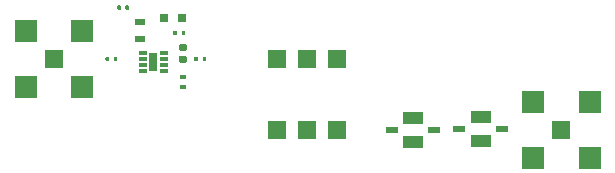
<source format=gtp>
G04 #@! TF.GenerationSoftware,KiCad,Pcbnew,(5.0.1)-4*
G04 #@! TF.CreationDate,2019-05-20T12:55:45-07:00*
G04 #@! TF.ProjectId,Tripler_circuit,547269706C65725F636972637569742E,rev?*
G04 #@! TF.SameCoordinates,Original*
G04 #@! TF.FileFunction,Paste,Top*
G04 #@! TF.FilePolarity,Positive*
%FSLAX46Y46*%
G04 Gerber Fmt 4.6, Leading zero omitted, Abs format (unit mm)*
G04 Created by KiCad (PCBNEW (5.0.1)-4) date 5/20/2019 12:55:45 PM*
%MOMM*%
%LPD*%
G01*
G04 APERTURE LIST*
%ADD10R,1.520000X1.650000*%
%ADD11C,0.200000*%
%ADD12C,0.318000*%
%ADD13R,1.900000X1.900000*%
%ADD14R,1.500000X1.500000*%
%ADD15R,0.990000X0.610000*%
%ADD16R,1.750000X0.990000*%
%ADD17R,0.800000X0.750000*%
%ADD18C,0.590000*%
%ADD19R,0.900000X0.500000*%
%ADD20R,0.600000X0.400000*%
%ADD21R,0.670000X0.300000*%
%ADD22R,0.700000X1.600000*%
G04 APERTURE END LIST*
D10*
G04 #@! TO.C,U1*
X123600000Y-89405000D03*
X126140000Y-89405000D03*
X128680000Y-89405000D03*
X128680000Y-95375000D03*
X126140000Y-95375000D03*
X123600000Y-95375000D03*
G04 #@! TD*
D11*
G04 #@! TO.C,C1*
G36*
X110032292Y-89220383D02*
X110040010Y-89221528D01*
X110047578Y-89223423D01*
X110054923Y-89226052D01*
X110061976Y-89229387D01*
X110068668Y-89233398D01*
X110074934Y-89238046D01*
X110080715Y-89243285D01*
X110085954Y-89249066D01*
X110090602Y-89255332D01*
X110094613Y-89262024D01*
X110097948Y-89269077D01*
X110100577Y-89276422D01*
X110102472Y-89283990D01*
X110103617Y-89291708D01*
X110104000Y-89299500D01*
X110104000Y-89500500D01*
X110103617Y-89508292D01*
X110102472Y-89516010D01*
X110100577Y-89523578D01*
X110097948Y-89530923D01*
X110094613Y-89537976D01*
X110090602Y-89544668D01*
X110085954Y-89550934D01*
X110080715Y-89556715D01*
X110074934Y-89561954D01*
X110068668Y-89566602D01*
X110061976Y-89570613D01*
X110054923Y-89573948D01*
X110047578Y-89576577D01*
X110040010Y-89578472D01*
X110032292Y-89579617D01*
X110024500Y-89580000D01*
X109865500Y-89580000D01*
X109857708Y-89579617D01*
X109849990Y-89578472D01*
X109842422Y-89576577D01*
X109835077Y-89573948D01*
X109828024Y-89570613D01*
X109821332Y-89566602D01*
X109815066Y-89561954D01*
X109809285Y-89556715D01*
X109804046Y-89550934D01*
X109799398Y-89544668D01*
X109795387Y-89537976D01*
X109792052Y-89530923D01*
X109789423Y-89523578D01*
X109787528Y-89516010D01*
X109786383Y-89508292D01*
X109786000Y-89500500D01*
X109786000Y-89299500D01*
X109786383Y-89291708D01*
X109787528Y-89283990D01*
X109789423Y-89276422D01*
X109792052Y-89269077D01*
X109795387Y-89262024D01*
X109799398Y-89255332D01*
X109804046Y-89249066D01*
X109809285Y-89243285D01*
X109815066Y-89238046D01*
X109821332Y-89233398D01*
X109828024Y-89229387D01*
X109835077Y-89226052D01*
X109842422Y-89223423D01*
X109849990Y-89221528D01*
X109857708Y-89220383D01*
X109865500Y-89220000D01*
X110024500Y-89220000D01*
X110032292Y-89220383D01*
X110032292Y-89220383D01*
G37*
D12*
X109945000Y-89400000D03*
D11*
G36*
X109342292Y-89220383D02*
X109350010Y-89221528D01*
X109357578Y-89223423D01*
X109364923Y-89226052D01*
X109371976Y-89229387D01*
X109378668Y-89233398D01*
X109384934Y-89238046D01*
X109390715Y-89243285D01*
X109395954Y-89249066D01*
X109400602Y-89255332D01*
X109404613Y-89262024D01*
X109407948Y-89269077D01*
X109410577Y-89276422D01*
X109412472Y-89283990D01*
X109413617Y-89291708D01*
X109414000Y-89299500D01*
X109414000Y-89500500D01*
X109413617Y-89508292D01*
X109412472Y-89516010D01*
X109410577Y-89523578D01*
X109407948Y-89530923D01*
X109404613Y-89537976D01*
X109400602Y-89544668D01*
X109395954Y-89550934D01*
X109390715Y-89556715D01*
X109384934Y-89561954D01*
X109378668Y-89566602D01*
X109371976Y-89570613D01*
X109364923Y-89573948D01*
X109357578Y-89576577D01*
X109350010Y-89578472D01*
X109342292Y-89579617D01*
X109334500Y-89580000D01*
X109175500Y-89580000D01*
X109167708Y-89579617D01*
X109159990Y-89578472D01*
X109152422Y-89576577D01*
X109145077Y-89573948D01*
X109138024Y-89570613D01*
X109131332Y-89566602D01*
X109125066Y-89561954D01*
X109119285Y-89556715D01*
X109114046Y-89550934D01*
X109109398Y-89544668D01*
X109105387Y-89537976D01*
X109102052Y-89530923D01*
X109099423Y-89523578D01*
X109097528Y-89516010D01*
X109096383Y-89508292D01*
X109096000Y-89500500D01*
X109096000Y-89299500D01*
X109096383Y-89291708D01*
X109097528Y-89283990D01*
X109099423Y-89276422D01*
X109102052Y-89269077D01*
X109105387Y-89262024D01*
X109109398Y-89255332D01*
X109114046Y-89249066D01*
X109119285Y-89243285D01*
X109125066Y-89238046D01*
X109131332Y-89233398D01*
X109138024Y-89229387D01*
X109145077Y-89226052D01*
X109152422Y-89223423D01*
X109159990Y-89221528D01*
X109167708Y-89220383D01*
X109175500Y-89220000D01*
X109334500Y-89220000D01*
X109342292Y-89220383D01*
X109342292Y-89220383D01*
G37*
D12*
X109255000Y-89400000D03*
G04 #@! TD*
D13*
G04 #@! TO.C,CON1*
X107105000Y-87015000D03*
X107105000Y-91765000D03*
X102355000Y-91765000D03*
X102355000Y-87015000D03*
D14*
X104730000Y-89390000D03*
G04 #@! TD*
G04 #@! TO.C,CON2*
X147700000Y-95380000D03*
D13*
X145325000Y-93005000D03*
X145325000Y-97755000D03*
X150075000Y-97755000D03*
X150075000Y-93005000D03*
G04 #@! TD*
D15*
G04 #@! TO.C,U3*
X133315000Y-95380000D03*
D16*
X135130000Y-96395000D03*
D15*
X136945000Y-95380000D03*
D16*
X135130000Y-94365000D03*
G04 #@! TD*
G04 #@! TO.C,U5*
X140850000Y-94355000D03*
D15*
X142665000Y-95370000D03*
D16*
X140850000Y-96385000D03*
D15*
X139035000Y-95370000D03*
G04 #@! TD*
D17*
G04 #@! TO.C,C2*
X114075000Y-85950000D03*
X115575000Y-85950000D03*
G04 #@! TD*
D11*
G04 #@! TO.C,C3*
G36*
X110342292Y-84870383D02*
X110350010Y-84871528D01*
X110357578Y-84873423D01*
X110364923Y-84876052D01*
X110371976Y-84879387D01*
X110378668Y-84883398D01*
X110384934Y-84888046D01*
X110390715Y-84893285D01*
X110395954Y-84899066D01*
X110400602Y-84905332D01*
X110404613Y-84912024D01*
X110407948Y-84919077D01*
X110410577Y-84926422D01*
X110412472Y-84933990D01*
X110413617Y-84941708D01*
X110414000Y-84949500D01*
X110414000Y-85150500D01*
X110413617Y-85158292D01*
X110412472Y-85166010D01*
X110410577Y-85173578D01*
X110407948Y-85180923D01*
X110404613Y-85187976D01*
X110400602Y-85194668D01*
X110395954Y-85200934D01*
X110390715Y-85206715D01*
X110384934Y-85211954D01*
X110378668Y-85216602D01*
X110371976Y-85220613D01*
X110364923Y-85223948D01*
X110357578Y-85226577D01*
X110350010Y-85228472D01*
X110342292Y-85229617D01*
X110334500Y-85230000D01*
X110175500Y-85230000D01*
X110167708Y-85229617D01*
X110159990Y-85228472D01*
X110152422Y-85226577D01*
X110145077Y-85223948D01*
X110138024Y-85220613D01*
X110131332Y-85216602D01*
X110125066Y-85211954D01*
X110119285Y-85206715D01*
X110114046Y-85200934D01*
X110109398Y-85194668D01*
X110105387Y-85187976D01*
X110102052Y-85180923D01*
X110099423Y-85173578D01*
X110097528Y-85166010D01*
X110096383Y-85158292D01*
X110096000Y-85150500D01*
X110096000Y-84949500D01*
X110096383Y-84941708D01*
X110097528Y-84933990D01*
X110099423Y-84926422D01*
X110102052Y-84919077D01*
X110105387Y-84912024D01*
X110109398Y-84905332D01*
X110114046Y-84899066D01*
X110119285Y-84893285D01*
X110125066Y-84888046D01*
X110131332Y-84883398D01*
X110138024Y-84879387D01*
X110145077Y-84876052D01*
X110152422Y-84873423D01*
X110159990Y-84871528D01*
X110167708Y-84870383D01*
X110175500Y-84870000D01*
X110334500Y-84870000D01*
X110342292Y-84870383D01*
X110342292Y-84870383D01*
G37*
D12*
X110255000Y-85050000D03*
D11*
G36*
X111032292Y-84870383D02*
X111040010Y-84871528D01*
X111047578Y-84873423D01*
X111054923Y-84876052D01*
X111061976Y-84879387D01*
X111068668Y-84883398D01*
X111074934Y-84888046D01*
X111080715Y-84893285D01*
X111085954Y-84899066D01*
X111090602Y-84905332D01*
X111094613Y-84912024D01*
X111097948Y-84919077D01*
X111100577Y-84926422D01*
X111102472Y-84933990D01*
X111103617Y-84941708D01*
X111104000Y-84949500D01*
X111104000Y-85150500D01*
X111103617Y-85158292D01*
X111102472Y-85166010D01*
X111100577Y-85173578D01*
X111097948Y-85180923D01*
X111094613Y-85187976D01*
X111090602Y-85194668D01*
X111085954Y-85200934D01*
X111080715Y-85206715D01*
X111074934Y-85211954D01*
X111068668Y-85216602D01*
X111061976Y-85220613D01*
X111054923Y-85223948D01*
X111047578Y-85226577D01*
X111040010Y-85228472D01*
X111032292Y-85229617D01*
X111024500Y-85230000D01*
X110865500Y-85230000D01*
X110857708Y-85229617D01*
X110849990Y-85228472D01*
X110842422Y-85226577D01*
X110835077Y-85223948D01*
X110828024Y-85220613D01*
X110821332Y-85216602D01*
X110815066Y-85211954D01*
X110809285Y-85206715D01*
X110804046Y-85200934D01*
X110799398Y-85194668D01*
X110795387Y-85187976D01*
X110792052Y-85180923D01*
X110789423Y-85173578D01*
X110787528Y-85166010D01*
X110786383Y-85158292D01*
X110786000Y-85150500D01*
X110786000Y-84949500D01*
X110786383Y-84941708D01*
X110787528Y-84933990D01*
X110789423Y-84926422D01*
X110792052Y-84919077D01*
X110795387Y-84912024D01*
X110799398Y-84905332D01*
X110804046Y-84899066D01*
X110809285Y-84893285D01*
X110815066Y-84888046D01*
X110821332Y-84883398D01*
X110828024Y-84879387D01*
X110835077Y-84876052D01*
X110842422Y-84873423D01*
X110849990Y-84871528D01*
X110857708Y-84870383D01*
X110865500Y-84870000D01*
X111024500Y-84870000D01*
X111032292Y-84870383D01*
X111032292Y-84870383D01*
G37*
D12*
X110945000Y-85050000D03*
G04 #@! TD*
D11*
G04 #@! TO.C,C4*
G36*
X115092292Y-87020383D02*
X115100010Y-87021528D01*
X115107578Y-87023423D01*
X115114923Y-87026052D01*
X115121976Y-87029387D01*
X115128668Y-87033398D01*
X115134934Y-87038046D01*
X115140715Y-87043285D01*
X115145954Y-87049066D01*
X115150602Y-87055332D01*
X115154613Y-87062024D01*
X115157948Y-87069077D01*
X115160577Y-87076422D01*
X115162472Y-87083990D01*
X115163617Y-87091708D01*
X115164000Y-87099500D01*
X115164000Y-87300500D01*
X115163617Y-87308292D01*
X115162472Y-87316010D01*
X115160577Y-87323578D01*
X115157948Y-87330923D01*
X115154613Y-87337976D01*
X115150602Y-87344668D01*
X115145954Y-87350934D01*
X115140715Y-87356715D01*
X115134934Y-87361954D01*
X115128668Y-87366602D01*
X115121976Y-87370613D01*
X115114923Y-87373948D01*
X115107578Y-87376577D01*
X115100010Y-87378472D01*
X115092292Y-87379617D01*
X115084500Y-87380000D01*
X114925500Y-87380000D01*
X114917708Y-87379617D01*
X114909990Y-87378472D01*
X114902422Y-87376577D01*
X114895077Y-87373948D01*
X114888024Y-87370613D01*
X114881332Y-87366602D01*
X114875066Y-87361954D01*
X114869285Y-87356715D01*
X114864046Y-87350934D01*
X114859398Y-87344668D01*
X114855387Y-87337976D01*
X114852052Y-87330923D01*
X114849423Y-87323578D01*
X114847528Y-87316010D01*
X114846383Y-87308292D01*
X114846000Y-87300500D01*
X114846000Y-87099500D01*
X114846383Y-87091708D01*
X114847528Y-87083990D01*
X114849423Y-87076422D01*
X114852052Y-87069077D01*
X114855387Y-87062024D01*
X114859398Y-87055332D01*
X114864046Y-87049066D01*
X114869285Y-87043285D01*
X114875066Y-87038046D01*
X114881332Y-87033398D01*
X114888024Y-87029387D01*
X114895077Y-87026052D01*
X114902422Y-87023423D01*
X114909990Y-87021528D01*
X114917708Y-87020383D01*
X114925500Y-87020000D01*
X115084500Y-87020000D01*
X115092292Y-87020383D01*
X115092292Y-87020383D01*
G37*
D12*
X115005000Y-87200000D03*
D11*
G36*
X115782292Y-87020383D02*
X115790010Y-87021528D01*
X115797578Y-87023423D01*
X115804923Y-87026052D01*
X115811976Y-87029387D01*
X115818668Y-87033398D01*
X115824934Y-87038046D01*
X115830715Y-87043285D01*
X115835954Y-87049066D01*
X115840602Y-87055332D01*
X115844613Y-87062024D01*
X115847948Y-87069077D01*
X115850577Y-87076422D01*
X115852472Y-87083990D01*
X115853617Y-87091708D01*
X115854000Y-87099500D01*
X115854000Y-87300500D01*
X115853617Y-87308292D01*
X115852472Y-87316010D01*
X115850577Y-87323578D01*
X115847948Y-87330923D01*
X115844613Y-87337976D01*
X115840602Y-87344668D01*
X115835954Y-87350934D01*
X115830715Y-87356715D01*
X115824934Y-87361954D01*
X115818668Y-87366602D01*
X115811976Y-87370613D01*
X115804923Y-87373948D01*
X115797578Y-87376577D01*
X115790010Y-87378472D01*
X115782292Y-87379617D01*
X115774500Y-87380000D01*
X115615500Y-87380000D01*
X115607708Y-87379617D01*
X115599990Y-87378472D01*
X115592422Y-87376577D01*
X115585077Y-87373948D01*
X115578024Y-87370613D01*
X115571332Y-87366602D01*
X115565066Y-87361954D01*
X115559285Y-87356715D01*
X115554046Y-87350934D01*
X115549398Y-87344668D01*
X115545387Y-87337976D01*
X115542052Y-87330923D01*
X115539423Y-87323578D01*
X115537528Y-87316010D01*
X115536383Y-87308292D01*
X115536000Y-87300500D01*
X115536000Y-87099500D01*
X115536383Y-87091708D01*
X115537528Y-87083990D01*
X115539423Y-87076422D01*
X115542052Y-87069077D01*
X115545387Y-87062024D01*
X115549398Y-87055332D01*
X115554046Y-87049066D01*
X115559285Y-87043285D01*
X115565066Y-87038046D01*
X115571332Y-87033398D01*
X115578024Y-87029387D01*
X115585077Y-87026052D01*
X115592422Y-87023423D01*
X115599990Y-87021528D01*
X115607708Y-87020383D01*
X115615500Y-87020000D01*
X115774500Y-87020000D01*
X115782292Y-87020383D01*
X115782292Y-87020383D01*
G37*
D12*
X115695000Y-87200000D03*
G04 #@! TD*
D11*
G04 #@! TO.C,C5*
G36*
X117557292Y-89220383D02*
X117565010Y-89221528D01*
X117572578Y-89223423D01*
X117579923Y-89226052D01*
X117586976Y-89229387D01*
X117593668Y-89233398D01*
X117599934Y-89238046D01*
X117605715Y-89243285D01*
X117610954Y-89249066D01*
X117615602Y-89255332D01*
X117619613Y-89262024D01*
X117622948Y-89269077D01*
X117625577Y-89276422D01*
X117627472Y-89283990D01*
X117628617Y-89291708D01*
X117629000Y-89299500D01*
X117629000Y-89500500D01*
X117628617Y-89508292D01*
X117627472Y-89516010D01*
X117625577Y-89523578D01*
X117622948Y-89530923D01*
X117619613Y-89537976D01*
X117615602Y-89544668D01*
X117610954Y-89550934D01*
X117605715Y-89556715D01*
X117599934Y-89561954D01*
X117593668Y-89566602D01*
X117586976Y-89570613D01*
X117579923Y-89573948D01*
X117572578Y-89576577D01*
X117565010Y-89578472D01*
X117557292Y-89579617D01*
X117549500Y-89580000D01*
X117390500Y-89580000D01*
X117382708Y-89579617D01*
X117374990Y-89578472D01*
X117367422Y-89576577D01*
X117360077Y-89573948D01*
X117353024Y-89570613D01*
X117346332Y-89566602D01*
X117340066Y-89561954D01*
X117334285Y-89556715D01*
X117329046Y-89550934D01*
X117324398Y-89544668D01*
X117320387Y-89537976D01*
X117317052Y-89530923D01*
X117314423Y-89523578D01*
X117312528Y-89516010D01*
X117311383Y-89508292D01*
X117311000Y-89500500D01*
X117311000Y-89299500D01*
X117311383Y-89291708D01*
X117312528Y-89283990D01*
X117314423Y-89276422D01*
X117317052Y-89269077D01*
X117320387Y-89262024D01*
X117324398Y-89255332D01*
X117329046Y-89249066D01*
X117334285Y-89243285D01*
X117340066Y-89238046D01*
X117346332Y-89233398D01*
X117353024Y-89229387D01*
X117360077Y-89226052D01*
X117367422Y-89223423D01*
X117374990Y-89221528D01*
X117382708Y-89220383D01*
X117390500Y-89220000D01*
X117549500Y-89220000D01*
X117557292Y-89220383D01*
X117557292Y-89220383D01*
G37*
D12*
X117470000Y-89400000D03*
D11*
G36*
X116867292Y-89220383D02*
X116875010Y-89221528D01*
X116882578Y-89223423D01*
X116889923Y-89226052D01*
X116896976Y-89229387D01*
X116903668Y-89233398D01*
X116909934Y-89238046D01*
X116915715Y-89243285D01*
X116920954Y-89249066D01*
X116925602Y-89255332D01*
X116929613Y-89262024D01*
X116932948Y-89269077D01*
X116935577Y-89276422D01*
X116937472Y-89283990D01*
X116938617Y-89291708D01*
X116939000Y-89299500D01*
X116939000Y-89500500D01*
X116938617Y-89508292D01*
X116937472Y-89516010D01*
X116935577Y-89523578D01*
X116932948Y-89530923D01*
X116929613Y-89537976D01*
X116925602Y-89544668D01*
X116920954Y-89550934D01*
X116915715Y-89556715D01*
X116909934Y-89561954D01*
X116903668Y-89566602D01*
X116896976Y-89570613D01*
X116889923Y-89573948D01*
X116882578Y-89576577D01*
X116875010Y-89578472D01*
X116867292Y-89579617D01*
X116859500Y-89580000D01*
X116700500Y-89580000D01*
X116692708Y-89579617D01*
X116684990Y-89578472D01*
X116677422Y-89576577D01*
X116670077Y-89573948D01*
X116663024Y-89570613D01*
X116656332Y-89566602D01*
X116650066Y-89561954D01*
X116644285Y-89556715D01*
X116639046Y-89550934D01*
X116634398Y-89544668D01*
X116630387Y-89537976D01*
X116627052Y-89530923D01*
X116624423Y-89523578D01*
X116622528Y-89516010D01*
X116621383Y-89508292D01*
X116621000Y-89500500D01*
X116621000Y-89299500D01*
X116621383Y-89291708D01*
X116622528Y-89283990D01*
X116624423Y-89276422D01*
X116627052Y-89269077D01*
X116630387Y-89262024D01*
X116634398Y-89255332D01*
X116639046Y-89249066D01*
X116644285Y-89243285D01*
X116650066Y-89238046D01*
X116656332Y-89233398D01*
X116663024Y-89229387D01*
X116670077Y-89226052D01*
X116677422Y-89223423D01*
X116684990Y-89221528D01*
X116692708Y-89220383D01*
X116700500Y-89220000D01*
X116859500Y-89220000D01*
X116867292Y-89220383D01*
X116867292Y-89220383D01*
G37*
D12*
X116780000Y-89400000D03*
G04 #@! TD*
D11*
G04 #@! TO.C,L1*
G36*
X115836958Y-88145710D02*
X115851276Y-88147834D01*
X115865317Y-88151351D01*
X115878946Y-88156228D01*
X115892031Y-88162417D01*
X115904447Y-88169858D01*
X115916073Y-88178481D01*
X115926798Y-88188202D01*
X115936519Y-88198927D01*
X115945142Y-88210553D01*
X115952583Y-88222969D01*
X115958772Y-88236054D01*
X115963649Y-88249683D01*
X115967166Y-88263724D01*
X115969290Y-88278042D01*
X115970000Y-88292500D01*
X115970000Y-88587500D01*
X115969290Y-88601958D01*
X115967166Y-88616276D01*
X115963649Y-88630317D01*
X115958772Y-88643946D01*
X115952583Y-88657031D01*
X115945142Y-88669447D01*
X115936519Y-88681073D01*
X115926798Y-88691798D01*
X115916073Y-88701519D01*
X115904447Y-88710142D01*
X115892031Y-88717583D01*
X115878946Y-88723772D01*
X115865317Y-88728649D01*
X115851276Y-88732166D01*
X115836958Y-88734290D01*
X115822500Y-88735000D01*
X115477500Y-88735000D01*
X115463042Y-88734290D01*
X115448724Y-88732166D01*
X115434683Y-88728649D01*
X115421054Y-88723772D01*
X115407969Y-88717583D01*
X115395553Y-88710142D01*
X115383927Y-88701519D01*
X115373202Y-88691798D01*
X115363481Y-88681073D01*
X115354858Y-88669447D01*
X115347417Y-88657031D01*
X115341228Y-88643946D01*
X115336351Y-88630317D01*
X115332834Y-88616276D01*
X115330710Y-88601958D01*
X115330000Y-88587500D01*
X115330000Y-88292500D01*
X115330710Y-88278042D01*
X115332834Y-88263724D01*
X115336351Y-88249683D01*
X115341228Y-88236054D01*
X115347417Y-88222969D01*
X115354858Y-88210553D01*
X115363481Y-88198927D01*
X115373202Y-88188202D01*
X115383927Y-88178481D01*
X115395553Y-88169858D01*
X115407969Y-88162417D01*
X115421054Y-88156228D01*
X115434683Y-88151351D01*
X115448724Y-88147834D01*
X115463042Y-88145710D01*
X115477500Y-88145000D01*
X115822500Y-88145000D01*
X115836958Y-88145710D01*
X115836958Y-88145710D01*
G37*
D18*
X115650000Y-88440000D03*
D11*
G36*
X115836958Y-89115710D02*
X115851276Y-89117834D01*
X115865317Y-89121351D01*
X115878946Y-89126228D01*
X115892031Y-89132417D01*
X115904447Y-89139858D01*
X115916073Y-89148481D01*
X115926798Y-89158202D01*
X115936519Y-89168927D01*
X115945142Y-89180553D01*
X115952583Y-89192969D01*
X115958772Y-89206054D01*
X115963649Y-89219683D01*
X115967166Y-89233724D01*
X115969290Y-89248042D01*
X115970000Y-89262500D01*
X115970000Y-89557500D01*
X115969290Y-89571958D01*
X115967166Y-89586276D01*
X115963649Y-89600317D01*
X115958772Y-89613946D01*
X115952583Y-89627031D01*
X115945142Y-89639447D01*
X115936519Y-89651073D01*
X115926798Y-89661798D01*
X115916073Y-89671519D01*
X115904447Y-89680142D01*
X115892031Y-89687583D01*
X115878946Y-89693772D01*
X115865317Y-89698649D01*
X115851276Y-89702166D01*
X115836958Y-89704290D01*
X115822500Y-89705000D01*
X115477500Y-89705000D01*
X115463042Y-89704290D01*
X115448724Y-89702166D01*
X115434683Y-89698649D01*
X115421054Y-89693772D01*
X115407969Y-89687583D01*
X115395553Y-89680142D01*
X115383927Y-89671519D01*
X115373202Y-89661798D01*
X115363481Y-89651073D01*
X115354858Y-89639447D01*
X115347417Y-89627031D01*
X115341228Y-89613946D01*
X115336351Y-89600317D01*
X115332834Y-89586276D01*
X115330710Y-89571958D01*
X115330000Y-89557500D01*
X115330000Y-89262500D01*
X115330710Y-89248042D01*
X115332834Y-89233724D01*
X115336351Y-89219683D01*
X115341228Y-89206054D01*
X115347417Y-89192969D01*
X115354858Y-89180553D01*
X115363481Y-89168927D01*
X115373202Y-89158202D01*
X115383927Y-89148481D01*
X115395553Y-89139858D01*
X115407969Y-89132417D01*
X115421054Y-89126228D01*
X115434683Y-89121351D01*
X115448724Y-89117834D01*
X115463042Y-89115710D01*
X115477500Y-89115000D01*
X115822500Y-89115000D01*
X115836958Y-89115710D01*
X115836958Y-89115710D01*
G37*
D18*
X115650000Y-89410000D03*
G04 #@! TD*
D19*
G04 #@! TO.C,R1*
X112025000Y-86250000D03*
X112025000Y-87750000D03*
G04 #@! TD*
D20*
G04 #@! TO.C,R2*
X115650000Y-90900000D03*
X115650000Y-91800000D03*
G04 #@! TD*
D21*
G04 #@! TO.C,U2*
X112240000Y-88900000D03*
X112240000Y-89400000D03*
X112240000Y-89900000D03*
X112240000Y-90400000D03*
X114010000Y-90400000D03*
X114010000Y-89900000D03*
X114010000Y-89400000D03*
X114010000Y-88900000D03*
D22*
X113125000Y-89650000D03*
G04 #@! TD*
M02*

</source>
